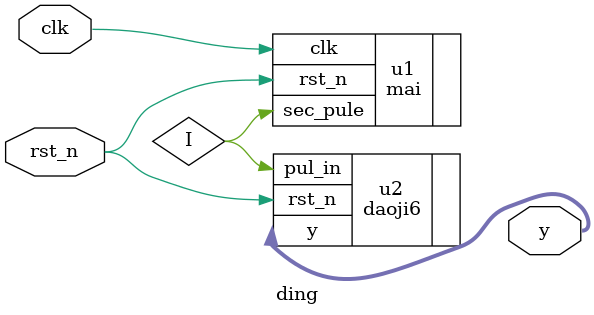
<source format=v>
`timescale 1ns / 1ps


module ding(
    input rst_n,
    input clk,
    output [7:0] y
    );wire I;
    mai u1(
    .clk(clk),
   . rst_n(rst_n),
    .sec_pule(I));
    daoji6 u2(
    .rst_n(rst_n),
    .pul_in(I),
    .y(y));
    
endmodule

</source>
